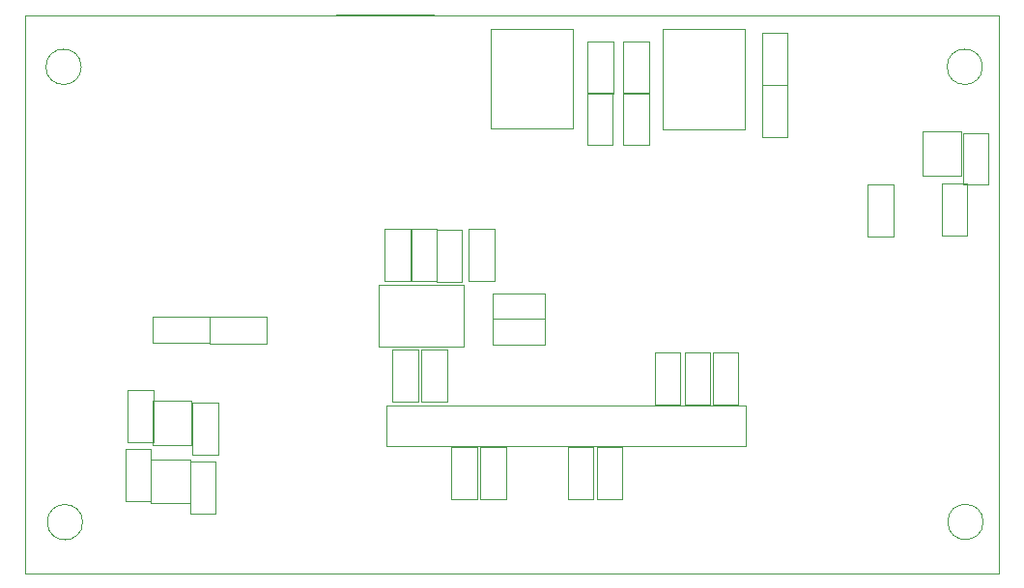
<source format=gbr>
%TF.GenerationSoftware,KiCad,Pcbnew,7.0.1*%
%TF.CreationDate,2024-02-20T22:54:35+00:00*%
%TF.ProjectId,SI4735,53493437-3335-42e6-9b69-6361645f7063,rev?*%
%TF.SameCoordinates,Original*%
%TF.FileFunction,Other,User*%
%FSLAX45Y45*%
G04 Gerber Fmt 4.5, Leading zero omitted, Abs format (unit mm)*
G04 Created by KiCad (PCBNEW 7.0.1) date 2024-02-20 22:54:35*
%MOMM*%
%LPD*%
G01*
G04 APERTURE LIST*
%ADD10C,0.050000*%
%TA.AperFunction,Profile*%
%ADD11C,0.100000*%
%TD*%
%TA.AperFunction,Profile*%
%ADD12C,0.050000*%
%TD*%
G04 APERTURE END LIST*
D10*
%TO.C,C1*%
X4678750Y-4690000D02*
X4182750Y-4690000D01*
X4678750Y-4460000D02*
X4678750Y-4690000D01*
X4182750Y-4690000D02*
X4182750Y-4460000D01*
X4182750Y-4460000D02*
X4678750Y-4460000D01*
%TO.C,R15*%
X7052945Y-6055625D02*
X7052945Y-5599625D01*
X7276945Y-6055625D02*
X7052945Y-6055625D01*
X7052945Y-5599625D02*
X7276945Y-5599625D01*
X7276945Y-5599625D02*
X7276945Y-6055625D01*
%TO.C,R12*%
X6284320Y-5204750D02*
X6284320Y-4748750D01*
X6508320Y-5204750D02*
X6284320Y-5204750D01*
X6284320Y-4748750D02*
X6508320Y-4748750D01*
X6508320Y-4748750D02*
X6508320Y-5204750D01*
%TO.C,Q3*%
X4508750Y-5712000D02*
X4168750Y-5712000D01*
X4168750Y-5712000D02*
X4168750Y-6096000D01*
X4508750Y-6096000D02*
X4508750Y-5712000D01*
X4168750Y-6096000D02*
X4508750Y-6096000D01*
%TO.C,D4*%
X8805945Y-4774375D02*
X8805945Y-5230375D01*
X8581945Y-4774375D02*
X8805945Y-4774375D01*
X8805945Y-5230375D02*
X8581945Y-5230375D01*
X8581945Y-5230375D02*
X8581945Y-4774375D01*
%TO.C,D2*%
X7991000Y-2949000D02*
X7991000Y-2493000D01*
X8215000Y-2949000D02*
X7991000Y-2949000D01*
X7991000Y-2493000D02*
X8215000Y-2493000D01*
X8215000Y-2493000D02*
X8215000Y-2949000D01*
%TO.C,J1*%
X9378000Y-5235000D02*
X9378000Y-5590000D01*
X6228000Y-5235000D02*
X9378000Y-5235000D01*
X9378000Y-5590000D02*
X6228000Y-5590000D01*
X6228000Y-5590000D02*
X6228000Y-5235000D01*
%TO.C,C3*%
X6440187Y-3689500D02*
X6440187Y-4149500D01*
X6210187Y-3689500D02*
X6440187Y-3689500D01*
X6440187Y-4149500D02*
X6210187Y-4149500D01*
X6210187Y-4149500D02*
X6210187Y-3689500D01*
%TO.C,D6*%
X9315000Y-4774000D02*
X9315000Y-5230000D01*
X9091000Y-4774000D02*
X9315000Y-4774000D01*
X9315000Y-5230000D02*
X9091000Y-5230000D01*
X9091000Y-5230000D02*
X9091000Y-4774000D01*
%TO.C,C2*%
X4683250Y-4462000D02*
X5179250Y-4462000D01*
X4683250Y-4692000D02*
X4683250Y-4462000D01*
X5179250Y-4462000D02*
X5179250Y-4692000D01*
X5179250Y-4692000D02*
X4683250Y-4692000D01*
%TO.C,R20*%
X7817945Y-6055625D02*
X7817945Y-5599625D01*
X8041945Y-6055625D02*
X7817945Y-6055625D01*
X7817945Y-5599625D02*
X8041945Y-5599625D01*
X8041945Y-5599625D02*
X8041945Y-6055625D01*
%TO.C,R19*%
X7617937Y-4702000D02*
X7161937Y-4702000D01*
X7617937Y-4478000D02*
X7617937Y-4702000D01*
X7161937Y-4702000D02*
X7161937Y-4478000D01*
X7161937Y-4478000D02*
X7617937Y-4478000D01*
%TO.C,R6*%
X11095000Y-3750250D02*
X11095000Y-3294250D01*
X11319000Y-3750250D02*
X11095000Y-3750250D01*
X11095000Y-3294250D02*
X11319000Y-3294250D01*
X11319000Y-3294250D02*
X11319000Y-3750250D01*
%TO.C,R9*%
X4529000Y-5666250D02*
X4529000Y-5210250D01*
X4753000Y-5666250D02*
X4529000Y-5666250D01*
X4529000Y-5210250D02*
X4753000Y-5210250D01*
X4753000Y-5210250D02*
X4753000Y-5666250D01*
%TO.C,D1*%
X8307000Y-2955000D02*
X8307000Y-2499000D01*
X8531000Y-2955000D02*
X8307000Y-2955000D01*
X8307000Y-2499000D02*
X8531000Y-2499000D01*
X8531000Y-2499000D02*
X8531000Y-2955000D01*
%TO.C,U2*%
X8655250Y-2814500D02*
X9375250Y-2814500D01*
X9375250Y-2814500D02*
X9375250Y-1934500D01*
X8655250Y-1934500D02*
X8655250Y-2814500D01*
X9375250Y-1934500D02*
X8655250Y-1934500D01*
%TO.C,D5*%
X9067945Y-4776375D02*
X9067945Y-5232375D01*
X8843945Y-4776375D02*
X9067945Y-4776375D01*
X9067945Y-5232375D02*
X8843945Y-5232375D01*
X8843945Y-5232375D02*
X8843945Y-4776375D01*
%TO.C,R8*%
X3963000Y-5556250D02*
X3963000Y-5100250D01*
X4187000Y-5556250D02*
X3963000Y-5556250D01*
X3963000Y-5100250D02*
X4187000Y-5100250D01*
X4187000Y-5100250D02*
X4187000Y-5556250D01*
%TO.C,R18*%
X6536820Y-5204250D02*
X6536820Y-4748250D01*
X6760820Y-5204250D02*
X6536820Y-5204250D01*
X6536820Y-4748250D02*
X6760820Y-4748250D01*
X6760820Y-4748250D02*
X6760820Y-5204250D01*
%TO.C,R1*%
X8530000Y-2044750D02*
X8530000Y-2500750D01*
X8306000Y-2044750D02*
X8530000Y-2044750D01*
X8530000Y-2500750D02*
X8306000Y-2500750D01*
X8306000Y-2500750D02*
X8306000Y-2044750D01*
%TO.C,R17*%
X6894187Y-3696250D02*
X6894187Y-4152250D01*
X6670187Y-3696250D02*
X6894187Y-3696250D01*
X6894187Y-4152250D02*
X6670187Y-4152250D01*
X6670187Y-4152250D02*
X6670187Y-3696250D01*
%TO.C,R4*%
X9746000Y-1973250D02*
X9746000Y-2429250D01*
X9522000Y-1973250D02*
X9746000Y-1973250D01*
X9746000Y-2429250D02*
X9522000Y-2429250D01*
X9522000Y-2429250D02*
X9522000Y-1973250D01*
%TO.C,R13*%
X6674187Y-3688750D02*
X6674187Y-4144750D01*
X6450187Y-3688750D02*
X6674187Y-3688750D01*
X6674187Y-4144750D02*
X6450187Y-4144750D01*
X6450187Y-4144750D02*
X6450187Y-3688750D01*
%TO.C,R16*%
X8073945Y-6057625D02*
X8073945Y-5601625D01*
X8297945Y-6057625D02*
X8073945Y-6057625D01*
X8073945Y-5601625D02*
X8297945Y-5601625D01*
X8297945Y-5601625D02*
X8297945Y-6057625D01*
%TO.C,D3*%
X9523000Y-2881000D02*
X9523000Y-2425000D01*
X9747000Y-2881000D02*
X9523000Y-2881000D01*
X9523000Y-2425000D02*
X9747000Y-2425000D01*
X9747000Y-2425000D02*
X9747000Y-2881000D01*
%TO.C,R10*%
X4509750Y-6183750D02*
X4509750Y-5727750D01*
X4733750Y-6183750D02*
X4509750Y-6183750D01*
X4509750Y-5727750D02*
X4733750Y-5727750D01*
X4733750Y-5727750D02*
X4733750Y-6183750D01*
%TO.C,R3*%
X11281371Y-3302881D02*
X11281371Y-2846881D01*
X11505371Y-3302881D02*
X11281371Y-3302881D01*
X11281371Y-2846881D02*
X11505371Y-2846881D01*
X11505371Y-2846881D02*
X11505371Y-3302881D01*
%TO.C,R11*%
X6800945Y-6057625D02*
X6800945Y-5601625D01*
X7024945Y-6057625D02*
X6800945Y-6057625D01*
X6800945Y-5601625D02*
X7024945Y-5601625D01*
X7024945Y-5601625D02*
X7024945Y-6057625D01*
%TO.C,Q2*%
X4524000Y-5197000D02*
X4184000Y-5197000D01*
X4184000Y-5197000D02*
X4184000Y-5581000D01*
X4524000Y-5581000D02*
X4524000Y-5197000D01*
X4184000Y-5581000D02*
X4524000Y-5581000D01*
%TO.C,R7*%
X3944750Y-6077500D02*
X3944750Y-5621500D01*
X4168750Y-6077500D02*
X3944750Y-6077500D01*
X3944750Y-5621500D02*
X4168750Y-5621500D01*
X4168750Y-5621500D02*
X4168750Y-6077500D01*
%TO.C,Q1*%
X11268379Y-2835869D02*
X10928379Y-2835869D01*
X10928379Y-2835869D02*
X10928379Y-3219869D01*
X11268379Y-3219869D02*
X11268379Y-2835869D01*
X10928379Y-3219869D02*
X11268379Y-3219869D01*
%TO.C,U1*%
X7146000Y-2812000D02*
X7866000Y-2812000D01*
X7866000Y-2812000D02*
X7866000Y-1932000D01*
X7146000Y-1932000D02*
X7146000Y-2812000D01*
X7866000Y-1932000D02*
X7146000Y-1932000D01*
%TO.C,U3*%
X6166187Y-4177250D02*
X6166187Y-4717750D01*
X6166187Y-4177250D02*
X6907187Y-4177250D01*
X6166187Y-4717750D02*
X6907187Y-4717750D01*
X6907187Y-4177250D02*
X6907187Y-4717750D01*
%TO.C,C4*%
X7181000Y-3689500D02*
X7181000Y-4149500D01*
X6951000Y-3689500D02*
X7181000Y-3689500D01*
X7181000Y-4149500D02*
X6951000Y-4149500D01*
X6951000Y-4149500D02*
X6951000Y-3689500D01*
%TO.C,R5*%
X10674000Y-3296750D02*
X10674000Y-3752750D01*
X10450000Y-3296750D02*
X10674000Y-3296750D01*
X10674000Y-3752750D02*
X10450000Y-3752750D01*
X10450000Y-3752750D02*
X10450000Y-3296750D01*
%TO.C,R14*%
X7621437Y-4477000D02*
X7165437Y-4477000D01*
X7621437Y-4253000D02*
X7621437Y-4477000D01*
X7165437Y-4477000D02*
X7165437Y-4253000D01*
X7165437Y-4253000D02*
X7621437Y-4253000D01*
%TO.C,R2*%
X8217000Y-2045750D02*
X8217000Y-2501750D01*
X7993000Y-2045750D02*
X8217000Y-2045750D01*
X8217000Y-2501750D02*
X7993000Y-2501750D01*
X7993000Y-2501750D02*
X7993000Y-2045750D01*
%TD*%
D11*
X3555840Y-2268000D02*
G75*
G03*
X3555840Y-2268000I-154840J0D01*
G01*
D12*
X3060000Y-1815000D02*
X11602000Y-1815000D01*
X11602000Y-6713000D01*
X3060000Y-6713000D01*
X3060000Y-1815000D01*
D11*
X11459840Y-6259000D02*
G75*
G03*
X11459840Y-6259000I-154840J0D01*
G01*
X11453840Y-2268000D02*
G75*
G03*
X11453840Y-2268000I-154840J0D01*
G01*
X3567840Y-6261000D02*
G75*
G03*
X3567840Y-6261000I-154840J0D01*
G01*
%TO.C,J5*%
X5787574Y-1812210D02*
X6647574Y-1812210D01*
%TO.C,J3*%
X3693574Y-1815210D02*
X4553574Y-1815210D01*
%TD*%
M02*

</source>
